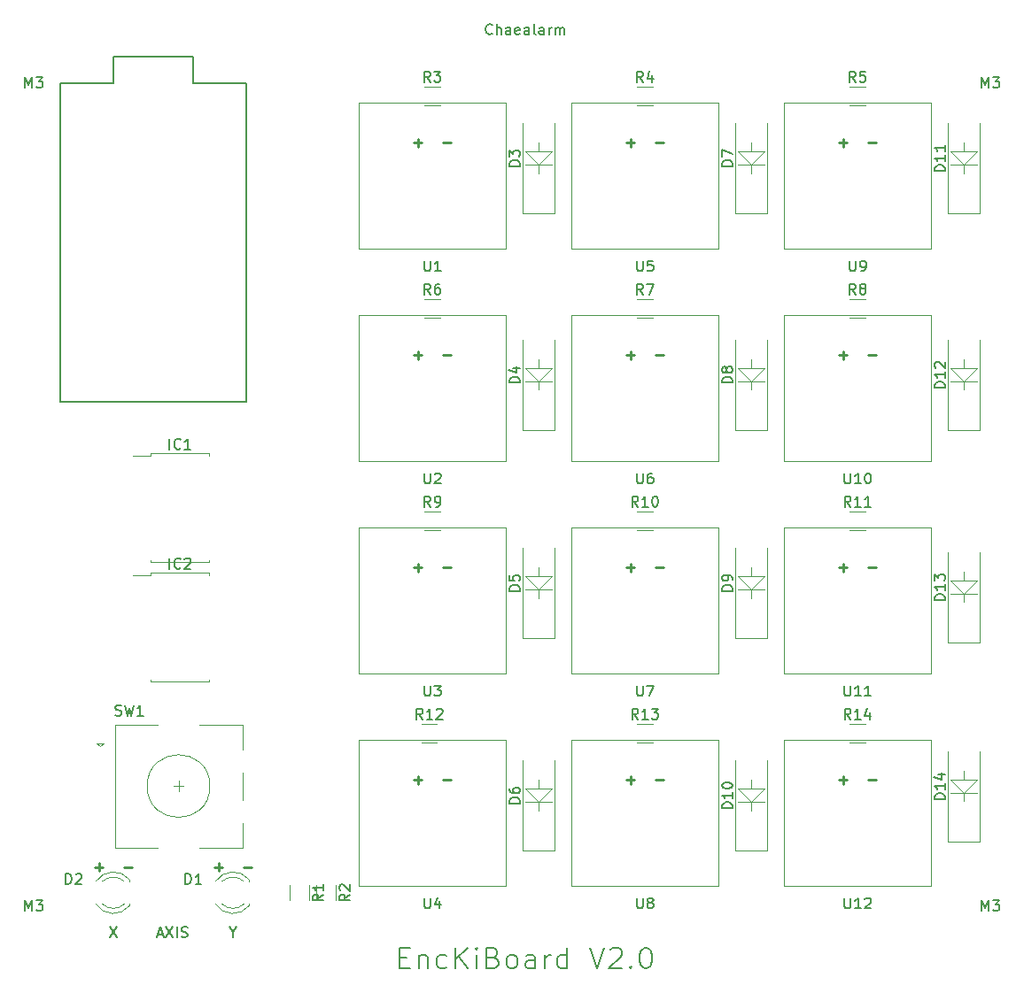
<source format=gbr>
%TF.GenerationSoftware,KiCad,Pcbnew,(5.1.9)-1*%
%TF.CreationDate,2021-05-08T00:28:14+09:00*%
%TF.ProjectId,EncKiboard_V2,456e634b-6962-46f6-9172-645f56322e6b,rev?*%
%TF.SameCoordinates,Original*%
%TF.FileFunction,Legend,Top*%
%TF.FilePolarity,Positive*%
%FSLAX46Y46*%
G04 Gerber Fmt 4.6, Leading zero omitted, Abs format (unit mm)*
G04 Created by KiCad (PCBNEW (5.1.9)-1) date 2021-05-08 00:28:14*
%MOMM*%
%LPD*%
G01*
G04 APERTURE LIST*
%ADD10C,0.120000*%
%ADD11C,0.250000*%
%ADD12C,0.150000*%
G04 APERTURE END LIST*
D10*
X157480000Y-136090000D02*
X156210000Y-137360000D01*
X156208980Y-135259400D02*
X156208980Y-136059400D01*
X154940000Y-137360000D02*
X157480000Y-137360000D01*
X156210000Y-137360000D02*
X154940000Y-136090000D01*
X156210000Y-137360000D02*
X156210000Y-138160000D01*
X154940000Y-136090000D02*
X157480000Y-136090000D01*
X177800000Y-136090000D02*
X176530000Y-137360000D01*
X176528980Y-135259400D02*
X176528980Y-136059400D01*
X175260000Y-137360000D02*
X177800000Y-137360000D01*
X176530000Y-137360000D02*
X175260000Y-136090000D01*
X176530000Y-137360000D02*
X176530000Y-138160000D01*
X175260000Y-136090000D02*
X177800000Y-136090000D01*
X198120000Y-135220000D02*
X196850000Y-136490000D01*
X196848980Y-134389400D02*
X196848980Y-135189400D01*
X195580000Y-136490000D02*
X198120000Y-136490000D01*
X196850000Y-136490000D02*
X195580000Y-135220000D01*
X196850000Y-136490000D02*
X196850000Y-137290000D01*
X195580000Y-135220000D02*
X198120000Y-135220000D01*
X177800000Y-115770000D02*
X176530000Y-117040000D01*
X176528980Y-114939400D02*
X176528980Y-115739400D01*
X175260000Y-117040000D02*
X177800000Y-117040000D01*
X176530000Y-117040000D02*
X175260000Y-115770000D01*
X176530000Y-117040000D02*
X176530000Y-117840000D01*
X175260000Y-115770000D02*
X177800000Y-115770000D01*
X157480000Y-115770000D02*
X156210000Y-117040000D01*
X156208980Y-114939400D02*
X156208980Y-115739400D01*
X154940000Y-117040000D02*
X157480000Y-117040000D01*
X156210000Y-117040000D02*
X154940000Y-115770000D01*
X156210000Y-117040000D02*
X156210000Y-117840000D01*
X154940000Y-115770000D02*
X157480000Y-115770000D01*
X196848980Y-115339400D02*
X196848980Y-116139400D01*
X198120000Y-116170000D02*
X196850000Y-117440000D01*
X195580000Y-116170000D02*
X198120000Y-116170000D01*
X196850000Y-117440000D02*
X195580000Y-116170000D01*
X196850000Y-117440000D02*
X196850000Y-118240000D01*
X195580000Y-117440000D02*
X198120000Y-117440000D01*
X156208980Y-95019400D02*
X156208980Y-95819400D01*
X157480000Y-95850000D02*
X156210000Y-97120000D01*
X154940000Y-95850000D02*
X157480000Y-95850000D01*
X156210000Y-97120000D02*
X154940000Y-95850000D01*
X156210000Y-97120000D02*
X156210000Y-97920000D01*
X154940000Y-97120000D02*
X157480000Y-97120000D01*
X176528980Y-95019400D02*
X176528980Y-95819400D01*
X177800000Y-95850000D02*
X176530000Y-97120000D01*
X175260000Y-95850000D02*
X177800000Y-95850000D01*
X176530000Y-97120000D02*
X175260000Y-95850000D01*
X176530000Y-97120000D02*
X176530000Y-97920000D01*
X175260000Y-97120000D02*
X177800000Y-97120000D01*
X196848980Y-95019400D02*
X196848980Y-95819400D01*
X198120000Y-95850000D02*
X196850000Y-97120000D01*
X195580000Y-95850000D02*
X198120000Y-95850000D01*
X196850000Y-97120000D02*
X195580000Y-95850000D01*
X196850000Y-97120000D02*
X196850000Y-97920000D01*
X195580000Y-97120000D02*
X198120000Y-97120000D01*
X156208980Y-74299400D02*
X156208980Y-75099400D01*
X157480000Y-75130000D02*
X156210000Y-76400000D01*
X154940000Y-75130000D02*
X157480000Y-75130000D01*
X156210000Y-76400000D02*
X154940000Y-75130000D01*
X156210000Y-76400000D02*
X156210000Y-77200000D01*
X154940000Y-76400000D02*
X157480000Y-76400000D01*
X176528980Y-74299400D02*
X176528980Y-75099400D01*
X177800000Y-75130000D02*
X176530000Y-76400000D01*
X175260000Y-75130000D02*
X177800000Y-75130000D01*
X176530000Y-76400000D02*
X175260000Y-75130000D01*
X176530000Y-76400000D02*
X176530000Y-77200000D01*
X175260000Y-76400000D02*
X177800000Y-76400000D01*
X195580000Y-76400000D02*
X198120000Y-76400000D01*
X196848980Y-74299400D02*
X196848980Y-75099400D01*
X196850000Y-76400000D02*
X196850000Y-77200000D01*
X196850000Y-76400000D02*
X195580000Y-75130000D01*
X198120000Y-75130000D02*
X196850000Y-76400000D01*
X195580000Y-75130000D02*
X198120000Y-75130000D01*
D11*
X113808095Y-143581428D02*
X114570000Y-143581428D01*
X114189047Y-143962380D02*
X114189047Y-143200476D01*
X116570000Y-143581428D02*
X117331904Y-143581428D01*
X125238095Y-143581428D02*
X126000000Y-143581428D01*
X125619047Y-143962380D02*
X125619047Y-143200476D01*
X128000000Y-143581428D02*
X128761904Y-143581428D01*
X164608095Y-94631428D02*
X165370000Y-94631428D01*
X164989047Y-95012380D02*
X164989047Y-94250476D01*
X167370000Y-94631428D02*
X168131904Y-94631428D01*
X144288095Y-94631428D02*
X145050000Y-94631428D01*
X144669047Y-95012380D02*
X144669047Y-94250476D01*
X147050000Y-94631428D02*
X147811904Y-94631428D01*
X144288095Y-74311428D02*
X145050000Y-74311428D01*
X144669047Y-74692380D02*
X144669047Y-73930476D01*
X147050000Y-74311428D02*
X147811904Y-74311428D01*
X164608095Y-74311428D02*
X165370000Y-74311428D01*
X164989047Y-74692380D02*
X164989047Y-73930476D01*
X167370000Y-74311428D02*
X168131904Y-74311428D01*
X184928095Y-74311428D02*
X185690000Y-74311428D01*
X185309047Y-74692380D02*
X185309047Y-73930476D01*
X187690000Y-74311428D02*
X188451904Y-74311428D01*
X184928095Y-94631428D02*
X185690000Y-94631428D01*
X185309047Y-95012380D02*
X185309047Y-94250476D01*
X187690000Y-94631428D02*
X188451904Y-94631428D01*
X184928095Y-114951428D02*
X185690000Y-114951428D01*
X185309047Y-115332380D02*
X185309047Y-114570476D01*
X187690000Y-114951428D02*
X188451904Y-114951428D01*
X164608095Y-114951428D02*
X165370000Y-114951428D01*
X164989047Y-115332380D02*
X164989047Y-114570476D01*
X167370000Y-114951428D02*
X168131904Y-114951428D01*
X144288095Y-114951428D02*
X145050000Y-114951428D01*
X144669047Y-115332380D02*
X144669047Y-114570476D01*
X147050000Y-114951428D02*
X147811904Y-114951428D01*
X144288095Y-135271428D02*
X145050000Y-135271428D01*
X144669047Y-135652380D02*
X144669047Y-134890476D01*
X147050000Y-135271428D02*
X147811904Y-135271428D01*
X184928095Y-135271428D02*
X185690000Y-135271428D01*
X185309047Y-135652380D02*
X185309047Y-134890476D01*
X187690000Y-135271428D02*
X188451904Y-135271428D01*
X164608095Y-135271428D02*
X165370000Y-135271428D01*
X164989047Y-135652380D02*
X164989047Y-134890476D01*
X167370000Y-135271428D02*
X168131904Y-135271428D01*
D12*
X151773333Y-63857142D02*
X151725714Y-63904761D01*
X151582857Y-63952380D01*
X151487619Y-63952380D01*
X151344761Y-63904761D01*
X151249523Y-63809523D01*
X151201904Y-63714285D01*
X151154285Y-63523809D01*
X151154285Y-63380952D01*
X151201904Y-63190476D01*
X151249523Y-63095238D01*
X151344761Y-63000000D01*
X151487619Y-62952380D01*
X151582857Y-62952380D01*
X151725714Y-63000000D01*
X151773333Y-63047619D01*
X152201904Y-63952380D02*
X152201904Y-62952380D01*
X152630476Y-63952380D02*
X152630476Y-63428571D01*
X152582857Y-63333333D01*
X152487619Y-63285714D01*
X152344761Y-63285714D01*
X152249523Y-63333333D01*
X152201904Y-63380952D01*
X153535238Y-63952380D02*
X153535238Y-63428571D01*
X153487619Y-63333333D01*
X153392380Y-63285714D01*
X153201904Y-63285714D01*
X153106666Y-63333333D01*
X153535238Y-63904761D02*
X153440000Y-63952380D01*
X153201904Y-63952380D01*
X153106666Y-63904761D01*
X153059047Y-63809523D01*
X153059047Y-63714285D01*
X153106666Y-63619047D01*
X153201904Y-63571428D01*
X153440000Y-63571428D01*
X153535238Y-63523809D01*
X154392380Y-63904761D02*
X154297142Y-63952380D01*
X154106666Y-63952380D01*
X154011428Y-63904761D01*
X153963809Y-63809523D01*
X153963809Y-63428571D01*
X154011428Y-63333333D01*
X154106666Y-63285714D01*
X154297142Y-63285714D01*
X154392380Y-63333333D01*
X154440000Y-63428571D01*
X154440000Y-63523809D01*
X153963809Y-63619047D01*
X155297142Y-63952380D02*
X155297142Y-63428571D01*
X155249523Y-63333333D01*
X155154285Y-63285714D01*
X154963809Y-63285714D01*
X154868571Y-63333333D01*
X155297142Y-63904761D02*
X155201904Y-63952380D01*
X154963809Y-63952380D01*
X154868571Y-63904761D01*
X154820952Y-63809523D01*
X154820952Y-63714285D01*
X154868571Y-63619047D01*
X154963809Y-63571428D01*
X155201904Y-63571428D01*
X155297142Y-63523809D01*
X155916190Y-63952380D02*
X155820952Y-63904761D01*
X155773333Y-63809523D01*
X155773333Y-62952380D01*
X156725714Y-63952380D02*
X156725714Y-63428571D01*
X156678095Y-63333333D01*
X156582857Y-63285714D01*
X156392380Y-63285714D01*
X156297142Y-63333333D01*
X156725714Y-63904761D02*
X156630476Y-63952380D01*
X156392380Y-63952380D01*
X156297142Y-63904761D01*
X156249523Y-63809523D01*
X156249523Y-63714285D01*
X156297142Y-63619047D01*
X156392380Y-63571428D01*
X156630476Y-63571428D01*
X156725714Y-63523809D01*
X157201904Y-63952380D02*
X157201904Y-63285714D01*
X157201904Y-63476190D02*
X157249523Y-63380952D01*
X157297142Y-63333333D01*
X157392380Y-63285714D01*
X157487619Y-63285714D01*
X157820952Y-63952380D02*
X157820952Y-63285714D01*
X157820952Y-63380952D02*
X157868571Y-63333333D01*
X157963809Y-63285714D01*
X158106666Y-63285714D01*
X158201904Y-63333333D01*
X158249523Y-63428571D01*
X158249523Y-63952380D01*
X158249523Y-63428571D02*
X158297142Y-63333333D01*
X158392380Y-63285714D01*
X158535238Y-63285714D01*
X158630476Y-63333333D01*
X158678095Y-63428571D01*
X158678095Y-63952380D01*
X142940000Y-152257142D02*
X143606666Y-152257142D01*
X143892380Y-153304761D02*
X142940000Y-153304761D01*
X142940000Y-151304761D01*
X143892380Y-151304761D01*
X144749523Y-151971428D02*
X144749523Y-153304761D01*
X144749523Y-152161904D02*
X144844761Y-152066666D01*
X145035238Y-151971428D01*
X145320952Y-151971428D01*
X145511428Y-152066666D01*
X145606666Y-152257142D01*
X145606666Y-153304761D01*
X147416190Y-153209523D02*
X147225714Y-153304761D01*
X146844761Y-153304761D01*
X146654285Y-153209523D01*
X146559047Y-153114285D01*
X146463809Y-152923809D01*
X146463809Y-152352380D01*
X146559047Y-152161904D01*
X146654285Y-152066666D01*
X146844761Y-151971428D01*
X147225714Y-151971428D01*
X147416190Y-152066666D01*
X148273333Y-153304761D02*
X148273333Y-151304761D01*
X149416190Y-153304761D02*
X148559047Y-152161904D01*
X149416190Y-151304761D02*
X148273333Y-152447619D01*
X150273333Y-153304761D02*
X150273333Y-151971428D01*
X150273333Y-151304761D02*
X150178095Y-151400000D01*
X150273333Y-151495238D01*
X150368571Y-151400000D01*
X150273333Y-151304761D01*
X150273333Y-151495238D01*
X151892380Y-152257142D02*
X152178095Y-152352380D01*
X152273333Y-152447619D01*
X152368571Y-152638095D01*
X152368571Y-152923809D01*
X152273333Y-153114285D01*
X152178095Y-153209523D01*
X151987619Y-153304761D01*
X151225714Y-153304761D01*
X151225714Y-151304761D01*
X151892380Y-151304761D01*
X152082857Y-151400000D01*
X152178095Y-151495238D01*
X152273333Y-151685714D01*
X152273333Y-151876190D01*
X152178095Y-152066666D01*
X152082857Y-152161904D01*
X151892380Y-152257142D01*
X151225714Y-152257142D01*
X153511428Y-153304761D02*
X153320952Y-153209523D01*
X153225714Y-153114285D01*
X153130476Y-152923809D01*
X153130476Y-152352380D01*
X153225714Y-152161904D01*
X153320952Y-152066666D01*
X153511428Y-151971428D01*
X153797142Y-151971428D01*
X153987619Y-152066666D01*
X154082857Y-152161904D01*
X154178095Y-152352380D01*
X154178095Y-152923809D01*
X154082857Y-153114285D01*
X153987619Y-153209523D01*
X153797142Y-153304761D01*
X153511428Y-153304761D01*
X155892380Y-153304761D02*
X155892380Y-152257142D01*
X155797142Y-152066666D01*
X155606666Y-151971428D01*
X155225714Y-151971428D01*
X155035238Y-152066666D01*
X155892380Y-153209523D02*
X155701904Y-153304761D01*
X155225714Y-153304761D01*
X155035238Y-153209523D01*
X154940000Y-153019047D01*
X154940000Y-152828571D01*
X155035238Y-152638095D01*
X155225714Y-152542857D01*
X155701904Y-152542857D01*
X155892380Y-152447619D01*
X156844761Y-153304761D02*
X156844761Y-151971428D01*
X156844761Y-152352380D02*
X156940000Y-152161904D01*
X157035238Y-152066666D01*
X157225714Y-151971428D01*
X157416190Y-151971428D01*
X158940000Y-153304761D02*
X158940000Y-151304761D01*
X158940000Y-153209523D02*
X158749523Y-153304761D01*
X158368571Y-153304761D01*
X158178095Y-153209523D01*
X158082857Y-153114285D01*
X157987619Y-152923809D01*
X157987619Y-152352380D01*
X158082857Y-152161904D01*
X158178095Y-152066666D01*
X158368571Y-151971428D01*
X158749523Y-151971428D01*
X158940000Y-152066666D01*
X161130476Y-151304761D02*
X161797142Y-153304761D01*
X162463809Y-151304761D01*
X163035238Y-151495238D02*
X163130476Y-151400000D01*
X163320952Y-151304761D01*
X163797142Y-151304761D01*
X163987619Y-151400000D01*
X164082857Y-151495238D01*
X164178095Y-151685714D01*
X164178095Y-151876190D01*
X164082857Y-152161904D01*
X162940000Y-153304761D01*
X164178095Y-153304761D01*
X165035238Y-153114285D02*
X165130476Y-153209523D01*
X165035238Y-153304761D01*
X164940000Y-153209523D01*
X165035238Y-153114285D01*
X165035238Y-153304761D01*
X166368571Y-151304761D02*
X166559047Y-151304761D01*
X166749523Y-151400000D01*
X166844761Y-151495238D01*
X166940000Y-151685714D01*
X167035238Y-152066666D01*
X167035238Y-152542857D01*
X166940000Y-152923809D01*
X166844761Y-153114285D01*
X166749523Y-153209523D01*
X166559047Y-153304761D01*
X166368571Y-153304761D01*
X166178095Y-153209523D01*
X166082857Y-153114285D01*
X165987619Y-152923809D01*
X165892380Y-152542857D01*
X165892380Y-152066666D01*
X165987619Y-151685714D01*
X166082857Y-151495238D01*
X166178095Y-151400000D01*
X166368571Y-151304761D01*
X119787976Y-150026666D02*
X120264166Y-150026666D01*
X119692738Y-150312380D02*
X120026071Y-149312380D01*
X120359404Y-150312380D01*
X120597500Y-149312380D02*
X121264166Y-150312380D01*
X121264166Y-149312380D02*
X120597500Y-150312380D01*
X121645119Y-150312380D02*
X121645119Y-149312380D01*
X122073690Y-150264761D02*
X122216547Y-150312380D01*
X122454642Y-150312380D01*
X122549880Y-150264761D01*
X122597500Y-150217142D01*
X122645119Y-150121904D01*
X122645119Y-150026666D01*
X122597500Y-149931428D01*
X122549880Y-149883809D01*
X122454642Y-149836190D01*
X122264166Y-149788571D01*
X122168928Y-149740952D01*
X122121309Y-149693333D01*
X122073690Y-149598095D01*
X122073690Y-149502857D01*
X122121309Y-149407619D01*
X122168928Y-149360000D01*
X122264166Y-149312380D01*
X122502261Y-149312380D01*
X122645119Y-149360000D01*
X127000000Y-149836190D02*
X127000000Y-150312380D01*
X126666666Y-149312380D02*
X127000000Y-149836190D01*
X127333333Y-149312380D01*
X115236666Y-149312380D02*
X115903333Y-150312380D01*
X115903333Y-149312380D02*
X115236666Y-150312380D01*
D10*
%TO.C,U12*%
X179690000Y-131430000D02*
X193690000Y-131430000D01*
X179690000Y-145430000D02*
X179690000Y-131430000D01*
X193690000Y-145430000D02*
X179690000Y-145430000D01*
X193690000Y-145430000D02*
X193690000Y-131430000D01*
%TO.C,U11*%
X179690000Y-111110000D02*
X193690000Y-111110000D01*
X179690000Y-125110000D02*
X179690000Y-111110000D01*
X193690000Y-125110000D02*
X179690000Y-125110000D01*
X193690000Y-125110000D02*
X193690000Y-111110000D01*
%TO.C,U10*%
X179690000Y-90790000D02*
X193690000Y-90790000D01*
X179690000Y-104790000D02*
X179690000Y-90790000D01*
X193690000Y-104790000D02*
X179690000Y-104790000D01*
X193690000Y-104790000D02*
X193690000Y-90790000D01*
%TO.C,U9*%
X179690000Y-70470000D02*
X193690000Y-70470000D01*
X179690000Y-84470000D02*
X179690000Y-70470000D01*
X193690000Y-84470000D02*
X179690000Y-84470000D01*
X193690000Y-84470000D02*
X193690000Y-70470000D01*
%TO.C,U8*%
X159370000Y-131430000D02*
X173370000Y-131430000D01*
X159370000Y-145430000D02*
X159370000Y-131430000D01*
X173370000Y-145430000D02*
X159370000Y-145430000D01*
X173370000Y-145430000D02*
X173370000Y-131430000D01*
%TO.C,U7*%
X159370000Y-111110000D02*
X173370000Y-111110000D01*
X159370000Y-125110000D02*
X159370000Y-111110000D01*
X173370000Y-125110000D02*
X159370000Y-125110000D01*
X173370000Y-125110000D02*
X173370000Y-111110000D01*
%TO.C,U6*%
X159370000Y-90790000D02*
X173370000Y-90790000D01*
X159370000Y-104790000D02*
X159370000Y-90790000D01*
X173370000Y-104790000D02*
X159370000Y-104790000D01*
X173370000Y-104790000D02*
X173370000Y-90790000D01*
%TO.C,U5*%
X159370000Y-70470000D02*
X173370000Y-70470000D01*
X159370000Y-84470000D02*
X159370000Y-70470000D01*
X173370000Y-84470000D02*
X159370000Y-84470000D01*
X173370000Y-84470000D02*
X173370000Y-70470000D01*
%TO.C,U4*%
X139050000Y-131430000D02*
X153050000Y-131430000D01*
X139050000Y-145430000D02*
X139050000Y-131430000D01*
X153050000Y-145430000D02*
X139050000Y-145430000D01*
X153050000Y-145430000D02*
X153050000Y-131430000D01*
%TO.C,U3*%
X139050000Y-111110000D02*
X153050000Y-111110000D01*
X139050000Y-125110000D02*
X139050000Y-111110000D01*
X153050000Y-125110000D02*
X139050000Y-125110000D01*
X153050000Y-125110000D02*
X153050000Y-111110000D01*
%TO.C,U2*%
X139050000Y-90790000D02*
X153050000Y-90790000D01*
X139050000Y-104790000D02*
X139050000Y-90790000D01*
X153050000Y-104790000D02*
X139050000Y-104790000D01*
X153050000Y-104790000D02*
X153050000Y-90790000D01*
%TO.C,U1*%
X139050000Y-70470000D02*
X153050000Y-70470000D01*
X139050000Y-84470000D02*
X139050000Y-70470000D01*
X153050000Y-84470000D02*
X139050000Y-84470000D01*
X153050000Y-84470000D02*
X153050000Y-70470000D01*
D12*
%TO.C,U0*%
X110490000Y-68580000D02*
X110490000Y-99060000D01*
X110490000Y-68580000D02*
X115570000Y-68580000D01*
X115570000Y-68580000D02*
X115570000Y-66040000D01*
X115570000Y-66040000D02*
X123190000Y-66040000D01*
X123190000Y-66040000D02*
X123190000Y-68580000D01*
X123190000Y-68580000D02*
X128270000Y-68580000D01*
X128270000Y-68580000D02*
X128270000Y-99060000D01*
X128270000Y-99060000D02*
X110490000Y-99060000D01*
D10*
%TO.C,SW1*%
X121300000Y-135850000D02*
X122300000Y-135850000D01*
X121800000Y-135350000D02*
X121800000Y-136350000D01*
X127900000Y-139350000D02*
X127900000Y-141750000D01*
X127900000Y-134550000D02*
X127900000Y-137150000D01*
X127900000Y-129950000D02*
X127900000Y-132350000D01*
X114600000Y-131750000D02*
X114300000Y-132050000D01*
X114000000Y-131750000D02*
X114600000Y-131750000D01*
X114300000Y-132050000D02*
X114000000Y-131750000D01*
X115700000Y-129950000D02*
X115700000Y-141750000D01*
X119800000Y-129950000D02*
X115700000Y-129950000D01*
X119800000Y-141750000D02*
X115700000Y-141750000D01*
X127900000Y-141750000D02*
X123800000Y-141750000D01*
X123800000Y-129950000D02*
X127900000Y-129950000D01*
X124800000Y-135850000D02*
G75*
G03*
X124800000Y-135850000I-3000000J0D01*
G01*
%TO.C,R14*%
X185962936Y-129900000D02*
X187417064Y-129900000D01*
X185962936Y-131720000D02*
X187417064Y-131720000D01*
%TO.C,R13*%
X165642936Y-129900000D02*
X167097064Y-129900000D01*
X165642936Y-131720000D02*
X167097064Y-131720000D01*
%TO.C,R12*%
X145042936Y-129900000D02*
X146497064Y-129900000D01*
X145042936Y-131720000D02*
X146497064Y-131720000D01*
%TO.C,R11*%
X185962936Y-109580000D02*
X187417064Y-109580000D01*
X185962936Y-111400000D02*
X187417064Y-111400000D01*
%TO.C,R10*%
X165642936Y-109580000D02*
X167097064Y-109580000D01*
X165642936Y-111400000D02*
X167097064Y-111400000D01*
%TO.C,R9*%
X145322936Y-109580000D02*
X146777064Y-109580000D01*
X145322936Y-111400000D02*
X146777064Y-111400000D01*
%TO.C,R8*%
X185962936Y-89260000D02*
X187417064Y-89260000D01*
X185962936Y-91080000D02*
X187417064Y-91080000D01*
%TO.C,R7*%
X165642936Y-89260000D02*
X167097064Y-89260000D01*
X165642936Y-91080000D02*
X167097064Y-91080000D01*
%TO.C,R6*%
X145322936Y-89260000D02*
X146777064Y-89260000D01*
X145322936Y-91080000D02*
X146777064Y-91080000D01*
%TO.C,R5*%
X185962936Y-68940000D02*
X187417064Y-68940000D01*
X185962936Y-70760000D02*
X187417064Y-70760000D01*
%TO.C,R4*%
X165642936Y-68940000D02*
X167097064Y-68940000D01*
X165642936Y-70760000D02*
X167097064Y-70760000D01*
%TO.C,R3*%
X145322936Y-68940000D02*
X146777064Y-68940000D01*
X145322936Y-70760000D02*
X146777064Y-70760000D01*
%TO.C,R2*%
X136800000Y-145322936D02*
X136800000Y-146777064D01*
X134980000Y-145322936D02*
X134980000Y-146777064D01*
%TO.C,R1*%
X134260000Y-145322936D02*
X134260000Y-146777064D01*
X132440000Y-145322936D02*
X132440000Y-146777064D01*
%TO.C,IC2*%
X121920000Y-125860000D02*
X124680000Y-125860000D01*
X124680000Y-125860000D02*
X124680000Y-125655000D01*
X121920000Y-125860000D02*
X119160000Y-125860000D01*
X119160000Y-125860000D02*
X119160000Y-125655000D01*
X121920000Y-115440000D02*
X124680000Y-115440000D01*
X124680000Y-115440000D02*
X124680000Y-115645000D01*
X121920000Y-115440000D02*
X119160000Y-115440000D01*
X119160000Y-115440000D02*
X119160000Y-115645000D01*
X119160000Y-115645000D02*
X117470000Y-115645000D01*
%TO.C,IC1*%
X121920000Y-114430000D02*
X124680000Y-114430000D01*
X124680000Y-114430000D02*
X124680000Y-114225000D01*
X121920000Y-114430000D02*
X119160000Y-114430000D01*
X119160000Y-114430000D02*
X119160000Y-114225000D01*
X121920000Y-104010000D02*
X124680000Y-104010000D01*
X124680000Y-104010000D02*
X124680000Y-104215000D01*
X121920000Y-104010000D02*
X119160000Y-104010000D01*
X119160000Y-104010000D02*
X119160000Y-104215000D01*
X119160000Y-104215000D02*
X117470000Y-104215000D01*
%TO.C,D14*%
X195350000Y-132490000D02*
X195350000Y-141190000D01*
X195350000Y-141190000D02*
X198350000Y-141190000D01*
X198350000Y-141190000D02*
X198350000Y-132490000D01*
%TO.C,D13*%
X195350000Y-113440000D02*
X195350000Y-122140000D01*
X195350000Y-122140000D02*
X198350000Y-122140000D01*
X198350000Y-122140000D02*
X198350000Y-113440000D01*
%TO.C,D12*%
X195350000Y-93120000D02*
X195350000Y-101820000D01*
X195350000Y-101820000D02*
X198350000Y-101820000D01*
X198350000Y-101820000D02*
X198350000Y-93120000D01*
%TO.C,D11*%
X195350000Y-72390000D02*
X195350000Y-81090000D01*
X195350000Y-81090000D02*
X198350000Y-81090000D01*
X198350000Y-81090000D02*
X198350000Y-72390000D01*
%TO.C,D10*%
X175030000Y-133350000D02*
X175030000Y-142050000D01*
X175030000Y-142050000D02*
X178030000Y-142050000D01*
X178030000Y-142050000D02*
X178030000Y-133350000D01*
%TO.C,D9*%
X175030000Y-113030000D02*
X175030000Y-121730000D01*
X175030000Y-121730000D02*
X178030000Y-121730000D01*
X178030000Y-121730000D02*
X178030000Y-113030000D01*
%TO.C,D8*%
X175030000Y-93120000D02*
X175030000Y-101820000D01*
X175030000Y-101820000D02*
X178030000Y-101820000D01*
X178030000Y-101820000D02*
X178030000Y-93120000D01*
%TO.C,D7*%
X175030000Y-72390000D02*
X175030000Y-81090000D01*
X175030000Y-81090000D02*
X178030000Y-81090000D01*
X178030000Y-81090000D02*
X178030000Y-72390000D01*
%TO.C,D6*%
X154710000Y-133350000D02*
X154710000Y-142050000D01*
X154710000Y-142050000D02*
X157710000Y-142050000D01*
X157710000Y-142050000D02*
X157710000Y-133350000D01*
%TO.C,D5*%
X154710000Y-113030000D02*
X154710000Y-121730000D01*
X154710000Y-121730000D02*
X157710000Y-121730000D01*
X157710000Y-121730000D02*
X157710000Y-113030000D01*
%TO.C,D4*%
X154710000Y-93120000D02*
X154710000Y-101820000D01*
X154710000Y-101820000D02*
X157710000Y-101820000D01*
X157710000Y-101820000D02*
X157710000Y-93120000D01*
%TO.C,D3*%
X154710000Y-72390000D02*
X154710000Y-81090000D01*
X154710000Y-81090000D02*
X157710000Y-81090000D01*
X157710000Y-81090000D02*
X157710000Y-72390000D01*
%TO.C,D2*%
X117130000Y-147286000D02*
X117130000Y-147130000D01*
X117130000Y-144970000D02*
X117130000Y-144814000D01*
X114528870Y-144970163D02*
G75*
G02*
X116610961Y-144970000I1041130J-1079837D01*
G01*
X114528870Y-147129837D02*
G75*
G03*
X116610961Y-147130000I1041130J1079837D01*
G01*
X113897665Y-144971392D02*
G75*
G02*
X117130000Y-144814484I1672335J-1078608D01*
G01*
X113897665Y-147128608D02*
G75*
G03*
X117130000Y-147285516I1672335J1078608D01*
G01*
%TO.C,D1*%
X128560000Y-147286000D02*
X128560000Y-147130000D01*
X128560000Y-144970000D02*
X128560000Y-144814000D01*
X125958870Y-144970163D02*
G75*
G02*
X128040961Y-144970000I1041130J-1079837D01*
G01*
X125958870Y-147129837D02*
G75*
G03*
X128040961Y-147130000I1041130J1079837D01*
G01*
X125327665Y-144971392D02*
G75*
G02*
X128560000Y-144814484I1672335J-1078608D01*
G01*
X125327665Y-147128608D02*
G75*
G03*
X128560000Y-147285516I1672335J1078608D01*
G01*
%TO.C,M3*%
D12*
X107140476Y-147772380D02*
X107140476Y-146772380D01*
X107473809Y-147486666D01*
X107807142Y-146772380D01*
X107807142Y-147772380D01*
X108188095Y-146772380D02*
X108807142Y-146772380D01*
X108473809Y-147153333D01*
X108616666Y-147153333D01*
X108711904Y-147200952D01*
X108759523Y-147248571D01*
X108807142Y-147343809D01*
X108807142Y-147581904D01*
X108759523Y-147677142D01*
X108711904Y-147724761D01*
X108616666Y-147772380D01*
X108330952Y-147772380D01*
X108235714Y-147724761D01*
X108188095Y-147677142D01*
X198580476Y-147772380D02*
X198580476Y-146772380D01*
X198913809Y-147486666D01*
X199247142Y-146772380D01*
X199247142Y-147772380D01*
X199628095Y-146772380D02*
X200247142Y-146772380D01*
X199913809Y-147153333D01*
X200056666Y-147153333D01*
X200151904Y-147200952D01*
X200199523Y-147248571D01*
X200247142Y-147343809D01*
X200247142Y-147581904D01*
X200199523Y-147677142D01*
X200151904Y-147724761D01*
X200056666Y-147772380D01*
X199770952Y-147772380D01*
X199675714Y-147724761D01*
X199628095Y-147677142D01*
X198580476Y-69032380D02*
X198580476Y-68032380D01*
X198913809Y-68746666D01*
X199247142Y-68032380D01*
X199247142Y-69032380D01*
X199628095Y-68032380D02*
X200247142Y-68032380D01*
X199913809Y-68413333D01*
X200056666Y-68413333D01*
X200151904Y-68460952D01*
X200199523Y-68508571D01*
X200247142Y-68603809D01*
X200247142Y-68841904D01*
X200199523Y-68937142D01*
X200151904Y-68984761D01*
X200056666Y-69032380D01*
X199770952Y-69032380D01*
X199675714Y-68984761D01*
X199628095Y-68937142D01*
X107140476Y-69032380D02*
X107140476Y-68032380D01*
X107473809Y-68746666D01*
X107807142Y-68032380D01*
X107807142Y-69032380D01*
X108188095Y-68032380D02*
X108807142Y-68032380D01*
X108473809Y-68413333D01*
X108616666Y-68413333D01*
X108711904Y-68460952D01*
X108759523Y-68508571D01*
X108807142Y-68603809D01*
X108807142Y-68841904D01*
X108759523Y-68937142D01*
X108711904Y-68984761D01*
X108616666Y-69032380D01*
X108330952Y-69032380D01*
X108235714Y-68984761D01*
X108188095Y-68937142D01*
%TO.C,U12*%
X185451904Y-146544880D02*
X185451904Y-147354404D01*
X185499523Y-147449642D01*
X185547142Y-147497261D01*
X185642380Y-147544880D01*
X185832857Y-147544880D01*
X185928095Y-147497261D01*
X185975714Y-147449642D01*
X186023333Y-147354404D01*
X186023333Y-146544880D01*
X187023333Y-147544880D02*
X186451904Y-147544880D01*
X186737619Y-147544880D02*
X186737619Y-146544880D01*
X186642380Y-146687738D01*
X186547142Y-146782976D01*
X186451904Y-146830595D01*
X187404285Y-146640119D02*
X187451904Y-146592500D01*
X187547142Y-146544880D01*
X187785238Y-146544880D01*
X187880476Y-146592500D01*
X187928095Y-146640119D01*
X187975714Y-146735357D01*
X187975714Y-146830595D01*
X187928095Y-146973452D01*
X187356666Y-147544880D01*
X187975714Y-147544880D01*
%TO.C,U11*%
X185451904Y-126224880D02*
X185451904Y-127034404D01*
X185499523Y-127129642D01*
X185547142Y-127177261D01*
X185642380Y-127224880D01*
X185832857Y-127224880D01*
X185928095Y-127177261D01*
X185975714Y-127129642D01*
X186023333Y-127034404D01*
X186023333Y-126224880D01*
X187023333Y-127224880D02*
X186451904Y-127224880D01*
X186737619Y-127224880D02*
X186737619Y-126224880D01*
X186642380Y-126367738D01*
X186547142Y-126462976D01*
X186451904Y-126510595D01*
X187975714Y-127224880D02*
X187404285Y-127224880D01*
X187690000Y-127224880D02*
X187690000Y-126224880D01*
X187594761Y-126367738D01*
X187499523Y-126462976D01*
X187404285Y-126510595D01*
%TO.C,U10*%
X185451904Y-105904880D02*
X185451904Y-106714404D01*
X185499523Y-106809642D01*
X185547142Y-106857261D01*
X185642380Y-106904880D01*
X185832857Y-106904880D01*
X185928095Y-106857261D01*
X185975714Y-106809642D01*
X186023333Y-106714404D01*
X186023333Y-105904880D01*
X187023333Y-106904880D02*
X186451904Y-106904880D01*
X186737619Y-106904880D02*
X186737619Y-105904880D01*
X186642380Y-106047738D01*
X186547142Y-106142976D01*
X186451904Y-106190595D01*
X187642380Y-105904880D02*
X187737619Y-105904880D01*
X187832857Y-105952500D01*
X187880476Y-106000119D01*
X187928095Y-106095357D01*
X187975714Y-106285833D01*
X187975714Y-106523928D01*
X187928095Y-106714404D01*
X187880476Y-106809642D01*
X187832857Y-106857261D01*
X187737619Y-106904880D01*
X187642380Y-106904880D01*
X187547142Y-106857261D01*
X187499523Y-106809642D01*
X187451904Y-106714404D01*
X187404285Y-106523928D01*
X187404285Y-106285833D01*
X187451904Y-106095357D01*
X187499523Y-106000119D01*
X187547142Y-105952500D01*
X187642380Y-105904880D01*
%TO.C,U9*%
X185928095Y-85584880D02*
X185928095Y-86394404D01*
X185975714Y-86489642D01*
X186023333Y-86537261D01*
X186118571Y-86584880D01*
X186309047Y-86584880D01*
X186404285Y-86537261D01*
X186451904Y-86489642D01*
X186499523Y-86394404D01*
X186499523Y-85584880D01*
X187023333Y-86584880D02*
X187213809Y-86584880D01*
X187309047Y-86537261D01*
X187356666Y-86489642D01*
X187451904Y-86346785D01*
X187499523Y-86156309D01*
X187499523Y-85775357D01*
X187451904Y-85680119D01*
X187404285Y-85632500D01*
X187309047Y-85584880D01*
X187118571Y-85584880D01*
X187023333Y-85632500D01*
X186975714Y-85680119D01*
X186928095Y-85775357D01*
X186928095Y-86013452D01*
X186975714Y-86108690D01*
X187023333Y-86156309D01*
X187118571Y-86203928D01*
X187309047Y-86203928D01*
X187404285Y-86156309D01*
X187451904Y-86108690D01*
X187499523Y-86013452D01*
%TO.C,U8*%
X165608095Y-146544880D02*
X165608095Y-147354404D01*
X165655714Y-147449642D01*
X165703333Y-147497261D01*
X165798571Y-147544880D01*
X165989047Y-147544880D01*
X166084285Y-147497261D01*
X166131904Y-147449642D01*
X166179523Y-147354404D01*
X166179523Y-146544880D01*
X166798571Y-146973452D02*
X166703333Y-146925833D01*
X166655714Y-146878214D01*
X166608095Y-146782976D01*
X166608095Y-146735357D01*
X166655714Y-146640119D01*
X166703333Y-146592500D01*
X166798571Y-146544880D01*
X166989047Y-146544880D01*
X167084285Y-146592500D01*
X167131904Y-146640119D01*
X167179523Y-146735357D01*
X167179523Y-146782976D01*
X167131904Y-146878214D01*
X167084285Y-146925833D01*
X166989047Y-146973452D01*
X166798571Y-146973452D01*
X166703333Y-147021071D01*
X166655714Y-147068690D01*
X166608095Y-147163928D01*
X166608095Y-147354404D01*
X166655714Y-147449642D01*
X166703333Y-147497261D01*
X166798571Y-147544880D01*
X166989047Y-147544880D01*
X167084285Y-147497261D01*
X167131904Y-147449642D01*
X167179523Y-147354404D01*
X167179523Y-147163928D01*
X167131904Y-147068690D01*
X167084285Y-147021071D01*
X166989047Y-146973452D01*
%TO.C,U7*%
X165608095Y-126224880D02*
X165608095Y-127034404D01*
X165655714Y-127129642D01*
X165703333Y-127177261D01*
X165798571Y-127224880D01*
X165989047Y-127224880D01*
X166084285Y-127177261D01*
X166131904Y-127129642D01*
X166179523Y-127034404D01*
X166179523Y-126224880D01*
X166560476Y-126224880D02*
X167227142Y-126224880D01*
X166798571Y-127224880D01*
%TO.C,U6*%
X165608095Y-105904880D02*
X165608095Y-106714404D01*
X165655714Y-106809642D01*
X165703333Y-106857261D01*
X165798571Y-106904880D01*
X165989047Y-106904880D01*
X166084285Y-106857261D01*
X166131904Y-106809642D01*
X166179523Y-106714404D01*
X166179523Y-105904880D01*
X167084285Y-105904880D02*
X166893809Y-105904880D01*
X166798571Y-105952500D01*
X166750952Y-106000119D01*
X166655714Y-106142976D01*
X166608095Y-106333452D01*
X166608095Y-106714404D01*
X166655714Y-106809642D01*
X166703333Y-106857261D01*
X166798571Y-106904880D01*
X166989047Y-106904880D01*
X167084285Y-106857261D01*
X167131904Y-106809642D01*
X167179523Y-106714404D01*
X167179523Y-106476309D01*
X167131904Y-106381071D01*
X167084285Y-106333452D01*
X166989047Y-106285833D01*
X166798571Y-106285833D01*
X166703333Y-106333452D01*
X166655714Y-106381071D01*
X166608095Y-106476309D01*
%TO.C,U5*%
X165608095Y-85584880D02*
X165608095Y-86394404D01*
X165655714Y-86489642D01*
X165703333Y-86537261D01*
X165798571Y-86584880D01*
X165989047Y-86584880D01*
X166084285Y-86537261D01*
X166131904Y-86489642D01*
X166179523Y-86394404D01*
X166179523Y-85584880D01*
X167131904Y-85584880D02*
X166655714Y-85584880D01*
X166608095Y-86061071D01*
X166655714Y-86013452D01*
X166750952Y-85965833D01*
X166989047Y-85965833D01*
X167084285Y-86013452D01*
X167131904Y-86061071D01*
X167179523Y-86156309D01*
X167179523Y-86394404D01*
X167131904Y-86489642D01*
X167084285Y-86537261D01*
X166989047Y-86584880D01*
X166750952Y-86584880D01*
X166655714Y-86537261D01*
X166608095Y-86489642D01*
%TO.C,U4*%
X145288095Y-146544880D02*
X145288095Y-147354404D01*
X145335714Y-147449642D01*
X145383333Y-147497261D01*
X145478571Y-147544880D01*
X145669047Y-147544880D01*
X145764285Y-147497261D01*
X145811904Y-147449642D01*
X145859523Y-147354404D01*
X145859523Y-146544880D01*
X146764285Y-146878214D02*
X146764285Y-147544880D01*
X146526190Y-146497261D02*
X146288095Y-147211547D01*
X146907142Y-147211547D01*
%TO.C,U3*%
X145288095Y-126224880D02*
X145288095Y-127034404D01*
X145335714Y-127129642D01*
X145383333Y-127177261D01*
X145478571Y-127224880D01*
X145669047Y-127224880D01*
X145764285Y-127177261D01*
X145811904Y-127129642D01*
X145859523Y-127034404D01*
X145859523Y-126224880D01*
X146240476Y-126224880D02*
X146859523Y-126224880D01*
X146526190Y-126605833D01*
X146669047Y-126605833D01*
X146764285Y-126653452D01*
X146811904Y-126701071D01*
X146859523Y-126796309D01*
X146859523Y-127034404D01*
X146811904Y-127129642D01*
X146764285Y-127177261D01*
X146669047Y-127224880D01*
X146383333Y-127224880D01*
X146288095Y-127177261D01*
X146240476Y-127129642D01*
%TO.C,U2*%
X145288095Y-105904880D02*
X145288095Y-106714404D01*
X145335714Y-106809642D01*
X145383333Y-106857261D01*
X145478571Y-106904880D01*
X145669047Y-106904880D01*
X145764285Y-106857261D01*
X145811904Y-106809642D01*
X145859523Y-106714404D01*
X145859523Y-105904880D01*
X146288095Y-106000119D02*
X146335714Y-105952500D01*
X146430952Y-105904880D01*
X146669047Y-105904880D01*
X146764285Y-105952500D01*
X146811904Y-106000119D01*
X146859523Y-106095357D01*
X146859523Y-106190595D01*
X146811904Y-106333452D01*
X146240476Y-106904880D01*
X146859523Y-106904880D01*
%TO.C,U1*%
X145288095Y-85584880D02*
X145288095Y-86394404D01*
X145335714Y-86489642D01*
X145383333Y-86537261D01*
X145478571Y-86584880D01*
X145669047Y-86584880D01*
X145764285Y-86537261D01*
X145811904Y-86489642D01*
X145859523Y-86394404D01*
X145859523Y-85584880D01*
X146859523Y-86584880D02*
X146288095Y-86584880D01*
X146573809Y-86584880D02*
X146573809Y-85584880D01*
X146478571Y-85727738D01*
X146383333Y-85822976D01*
X146288095Y-85870595D01*
%TO.C,SW1*%
X115766666Y-129054761D02*
X115909523Y-129102380D01*
X116147619Y-129102380D01*
X116242857Y-129054761D01*
X116290476Y-129007142D01*
X116338095Y-128911904D01*
X116338095Y-128816666D01*
X116290476Y-128721428D01*
X116242857Y-128673809D01*
X116147619Y-128626190D01*
X115957142Y-128578571D01*
X115861904Y-128530952D01*
X115814285Y-128483333D01*
X115766666Y-128388095D01*
X115766666Y-128292857D01*
X115814285Y-128197619D01*
X115861904Y-128150000D01*
X115957142Y-128102380D01*
X116195238Y-128102380D01*
X116338095Y-128150000D01*
X116671428Y-128102380D02*
X116909523Y-129102380D01*
X117100000Y-128388095D01*
X117290476Y-129102380D01*
X117528571Y-128102380D01*
X118433333Y-129102380D02*
X117861904Y-129102380D01*
X118147619Y-129102380D02*
X118147619Y-128102380D01*
X118052380Y-128245238D01*
X117957142Y-128340476D01*
X117861904Y-128388095D01*
%TO.C,R14*%
X186047142Y-129442380D02*
X185713809Y-128966190D01*
X185475714Y-129442380D02*
X185475714Y-128442380D01*
X185856666Y-128442380D01*
X185951904Y-128490000D01*
X185999523Y-128537619D01*
X186047142Y-128632857D01*
X186047142Y-128775714D01*
X185999523Y-128870952D01*
X185951904Y-128918571D01*
X185856666Y-128966190D01*
X185475714Y-128966190D01*
X186999523Y-129442380D02*
X186428095Y-129442380D01*
X186713809Y-129442380D02*
X186713809Y-128442380D01*
X186618571Y-128585238D01*
X186523333Y-128680476D01*
X186428095Y-128728095D01*
X187856666Y-128775714D02*
X187856666Y-129442380D01*
X187618571Y-128394761D02*
X187380476Y-129109047D01*
X187999523Y-129109047D01*
%TO.C,R13*%
X165727142Y-129442380D02*
X165393809Y-128966190D01*
X165155714Y-129442380D02*
X165155714Y-128442380D01*
X165536666Y-128442380D01*
X165631904Y-128490000D01*
X165679523Y-128537619D01*
X165727142Y-128632857D01*
X165727142Y-128775714D01*
X165679523Y-128870952D01*
X165631904Y-128918571D01*
X165536666Y-128966190D01*
X165155714Y-128966190D01*
X166679523Y-129442380D02*
X166108095Y-129442380D01*
X166393809Y-129442380D02*
X166393809Y-128442380D01*
X166298571Y-128585238D01*
X166203333Y-128680476D01*
X166108095Y-128728095D01*
X167012857Y-128442380D02*
X167631904Y-128442380D01*
X167298571Y-128823333D01*
X167441428Y-128823333D01*
X167536666Y-128870952D01*
X167584285Y-128918571D01*
X167631904Y-129013809D01*
X167631904Y-129251904D01*
X167584285Y-129347142D01*
X167536666Y-129394761D01*
X167441428Y-129442380D01*
X167155714Y-129442380D01*
X167060476Y-129394761D01*
X167012857Y-129347142D01*
%TO.C,R12*%
X145127142Y-129442380D02*
X144793809Y-128966190D01*
X144555714Y-129442380D02*
X144555714Y-128442380D01*
X144936666Y-128442380D01*
X145031904Y-128490000D01*
X145079523Y-128537619D01*
X145127142Y-128632857D01*
X145127142Y-128775714D01*
X145079523Y-128870952D01*
X145031904Y-128918571D01*
X144936666Y-128966190D01*
X144555714Y-128966190D01*
X146079523Y-129442380D02*
X145508095Y-129442380D01*
X145793809Y-129442380D02*
X145793809Y-128442380D01*
X145698571Y-128585238D01*
X145603333Y-128680476D01*
X145508095Y-128728095D01*
X146460476Y-128537619D02*
X146508095Y-128490000D01*
X146603333Y-128442380D01*
X146841428Y-128442380D01*
X146936666Y-128490000D01*
X146984285Y-128537619D01*
X147031904Y-128632857D01*
X147031904Y-128728095D01*
X146984285Y-128870952D01*
X146412857Y-129442380D01*
X147031904Y-129442380D01*
%TO.C,R11*%
X186047142Y-109122380D02*
X185713809Y-108646190D01*
X185475714Y-109122380D02*
X185475714Y-108122380D01*
X185856666Y-108122380D01*
X185951904Y-108170000D01*
X185999523Y-108217619D01*
X186047142Y-108312857D01*
X186047142Y-108455714D01*
X185999523Y-108550952D01*
X185951904Y-108598571D01*
X185856666Y-108646190D01*
X185475714Y-108646190D01*
X186999523Y-109122380D02*
X186428095Y-109122380D01*
X186713809Y-109122380D02*
X186713809Y-108122380D01*
X186618571Y-108265238D01*
X186523333Y-108360476D01*
X186428095Y-108408095D01*
X187951904Y-109122380D02*
X187380476Y-109122380D01*
X187666190Y-109122380D02*
X187666190Y-108122380D01*
X187570952Y-108265238D01*
X187475714Y-108360476D01*
X187380476Y-108408095D01*
%TO.C,R10*%
X165727142Y-109122380D02*
X165393809Y-108646190D01*
X165155714Y-109122380D02*
X165155714Y-108122380D01*
X165536666Y-108122380D01*
X165631904Y-108170000D01*
X165679523Y-108217619D01*
X165727142Y-108312857D01*
X165727142Y-108455714D01*
X165679523Y-108550952D01*
X165631904Y-108598571D01*
X165536666Y-108646190D01*
X165155714Y-108646190D01*
X166679523Y-109122380D02*
X166108095Y-109122380D01*
X166393809Y-109122380D02*
X166393809Y-108122380D01*
X166298571Y-108265238D01*
X166203333Y-108360476D01*
X166108095Y-108408095D01*
X167298571Y-108122380D02*
X167393809Y-108122380D01*
X167489047Y-108170000D01*
X167536666Y-108217619D01*
X167584285Y-108312857D01*
X167631904Y-108503333D01*
X167631904Y-108741428D01*
X167584285Y-108931904D01*
X167536666Y-109027142D01*
X167489047Y-109074761D01*
X167393809Y-109122380D01*
X167298571Y-109122380D01*
X167203333Y-109074761D01*
X167155714Y-109027142D01*
X167108095Y-108931904D01*
X167060476Y-108741428D01*
X167060476Y-108503333D01*
X167108095Y-108312857D01*
X167155714Y-108217619D01*
X167203333Y-108170000D01*
X167298571Y-108122380D01*
%TO.C,R9*%
X145883333Y-109122380D02*
X145550000Y-108646190D01*
X145311904Y-109122380D02*
X145311904Y-108122380D01*
X145692857Y-108122380D01*
X145788095Y-108170000D01*
X145835714Y-108217619D01*
X145883333Y-108312857D01*
X145883333Y-108455714D01*
X145835714Y-108550952D01*
X145788095Y-108598571D01*
X145692857Y-108646190D01*
X145311904Y-108646190D01*
X146359523Y-109122380D02*
X146550000Y-109122380D01*
X146645238Y-109074761D01*
X146692857Y-109027142D01*
X146788095Y-108884285D01*
X146835714Y-108693809D01*
X146835714Y-108312857D01*
X146788095Y-108217619D01*
X146740476Y-108170000D01*
X146645238Y-108122380D01*
X146454761Y-108122380D01*
X146359523Y-108170000D01*
X146311904Y-108217619D01*
X146264285Y-108312857D01*
X146264285Y-108550952D01*
X146311904Y-108646190D01*
X146359523Y-108693809D01*
X146454761Y-108741428D01*
X146645238Y-108741428D01*
X146740476Y-108693809D01*
X146788095Y-108646190D01*
X146835714Y-108550952D01*
%TO.C,R8*%
X186523333Y-88802380D02*
X186190000Y-88326190D01*
X185951904Y-88802380D02*
X185951904Y-87802380D01*
X186332857Y-87802380D01*
X186428095Y-87850000D01*
X186475714Y-87897619D01*
X186523333Y-87992857D01*
X186523333Y-88135714D01*
X186475714Y-88230952D01*
X186428095Y-88278571D01*
X186332857Y-88326190D01*
X185951904Y-88326190D01*
X187094761Y-88230952D02*
X186999523Y-88183333D01*
X186951904Y-88135714D01*
X186904285Y-88040476D01*
X186904285Y-87992857D01*
X186951904Y-87897619D01*
X186999523Y-87850000D01*
X187094761Y-87802380D01*
X187285238Y-87802380D01*
X187380476Y-87850000D01*
X187428095Y-87897619D01*
X187475714Y-87992857D01*
X187475714Y-88040476D01*
X187428095Y-88135714D01*
X187380476Y-88183333D01*
X187285238Y-88230952D01*
X187094761Y-88230952D01*
X186999523Y-88278571D01*
X186951904Y-88326190D01*
X186904285Y-88421428D01*
X186904285Y-88611904D01*
X186951904Y-88707142D01*
X186999523Y-88754761D01*
X187094761Y-88802380D01*
X187285238Y-88802380D01*
X187380476Y-88754761D01*
X187428095Y-88707142D01*
X187475714Y-88611904D01*
X187475714Y-88421428D01*
X187428095Y-88326190D01*
X187380476Y-88278571D01*
X187285238Y-88230952D01*
%TO.C,R7*%
X166203333Y-88802380D02*
X165870000Y-88326190D01*
X165631904Y-88802380D02*
X165631904Y-87802380D01*
X166012857Y-87802380D01*
X166108095Y-87850000D01*
X166155714Y-87897619D01*
X166203333Y-87992857D01*
X166203333Y-88135714D01*
X166155714Y-88230952D01*
X166108095Y-88278571D01*
X166012857Y-88326190D01*
X165631904Y-88326190D01*
X166536666Y-87802380D02*
X167203333Y-87802380D01*
X166774761Y-88802380D01*
%TO.C,R6*%
X145883333Y-88802380D02*
X145550000Y-88326190D01*
X145311904Y-88802380D02*
X145311904Y-87802380D01*
X145692857Y-87802380D01*
X145788095Y-87850000D01*
X145835714Y-87897619D01*
X145883333Y-87992857D01*
X145883333Y-88135714D01*
X145835714Y-88230952D01*
X145788095Y-88278571D01*
X145692857Y-88326190D01*
X145311904Y-88326190D01*
X146740476Y-87802380D02*
X146550000Y-87802380D01*
X146454761Y-87850000D01*
X146407142Y-87897619D01*
X146311904Y-88040476D01*
X146264285Y-88230952D01*
X146264285Y-88611904D01*
X146311904Y-88707142D01*
X146359523Y-88754761D01*
X146454761Y-88802380D01*
X146645238Y-88802380D01*
X146740476Y-88754761D01*
X146788095Y-88707142D01*
X146835714Y-88611904D01*
X146835714Y-88373809D01*
X146788095Y-88278571D01*
X146740476Y-88230952D01*
X146645238Y-88183333D01*
X146454761Y-88183333D01*
X146359523Y-88230952D01*
X146311904Y-88278571D01*
X146264285Y-88373809D01*
%TO.C,R5*%
X186523333Y-68482380D02*
X186190000Y-68006190D01*
X185951904Y-68482380D02*
X185951904Y-67482380D01*
X186332857Y-67482380D01*
X186428095Y-67530000D01*
X186475714Y-67577619D01*
X186523333Y-67672857D01*
X186523333Y-67815714D01*
X186475714Y-67910952D01*
X186428095Y-67958571D01*
X186332857Y-68006190D01*
X185951904Y-68006190D01*
X187428095Y-67482380D02*
X186951904Y-67482380D01*
X186904285Y-67958571D01*
X186951904Y-67910952D01*
X187047142Y-67863333D01*
X187285238Y-67863333D01*
X187380476Y-67910952D01*
X187428095Y-67958571D01*
X187475714Y-68053809D01*
X187475714Y-68291904D01*
X187428095Y-68387142D01*
X187380476Y-68434761D01*
X187285238Y-68482380D01*
X187047142Y-68482380D01*
X186951904Y-68434761D01*
X186904285Y-68387142D01*
%TO.C,R4*%
X166203333Y-68482380D02*
X165870000Y-68006190D01*
X165631904Y-68482380D02*
X165631904Y-67482380D01*
X166012857Y-67482380D01*
X166108095Y-67530000D01*
X166155714Y-67577619D01*
X166203333Y-67672857D01*
X166203333Y-67815714D01*
X166155714Y-67910952D01*
X166108095Y-67958571D01*
X166012857Y-68006190D01*
X165631904Y-68006190D01*
X167060476Y-67815714D02*
X167060476Y-68482380D01*
X166822380Y-67434761D02*
X166584285Y-68149047D01*
X167203333Y-68149047D01*
%TO.C,R3*%
X145883333Y-68482380D02*
X145550000Y-68006190D01*
X145311904Y-68482380D02*
X145311904Y-67482380D01*
X145692857Y-67482380D01*
X145788095Y-67530000D01*
X145835714Y-67577619D01*
X145883333Y-67672857D01*
X145883333Y-67815714D01*
X145835714Y-67910952D01*
X145788095Y-67958571D01*
X145692857Y-68006190D01*
X145311904Y-68006190D01*
X146216666Y-67482380D02*
X146835714Y-67482380D01*
X146502380Y-67863333D01*
X146645238Y-67863333D01*
X146740476Y-67910952D01*
X146788095Y-67958571D01*
X146835714Y-68053809D01*
X146835714Y-68291904D01*
X146788095Y-68387142D01*
X146740476Y-68434761D01*
X146645238Y-68482380D01*
X146359523Y-68482380D01*
X146264285Y-68434761D01*
X146216666Y-68387142D01*
%TO.C,R2*%
X138162380Y-146216666D02*
X137686190Y-146550000D01*
X138162380Y-146788095D02*
X137162380Y-146788095D01*
X137162380Y-146407142D01*
X137210000Y-146311904D01*
X137257619Y-146264285D01*
X137352857Y-146216666D01*
X137495714Y-146216666D01*
X137590952Y-146264285D01*
X137638571Y-146311904D01*
X137686190Y-146407142D01*
X137686190Y-146788095D01*
X137257619Y-145835714D02*
X137210000Y-145788095D01*
X137162380Y-145692857D01*
X137162380Y-145454761D01*
X137210000Y-145359523D01*
X137257619Y-145311904D01*
X137352857Y-145264285D01*
X137448095Y-145264285D01*
X137590952Y-145311904D01*
X138162380Y-145883333D01*
X138162380Y-145264285D01*
%TO.C,R1*%
X135622380Y-146216666D02*
X135146190Y-146550000D01*
X135622380Y-146788095D02*
X134622380Y-146788095D01*
X134622380Y-146407142D01*
X134670000Y-146311904D01*
X134717619Y-146264285D01*
X134812857Y-146216666D01*
X134955714Y-146216666D01*
X135050952Y-146264285D01*
X135098571Y-146311904D01*
X135146190Y-146407142D01*
X135146190Y-146788095D01*
X135622380Y-145264285D02*
X135622380Y-145835714D01*
X135622380Y-145550000D02*
X134622380Y-145550000D01*
X134765238Y-145645238D01*
X134860476Y-145740476D01*
X134908095Y-145835714D01*
%TO.C,IC2*%
X120943809Y-115052380D02*
X120943809Y-114052380D01*
X121991428Y-114957142D02*
X121943809Y-115004761D01*
X121800952Y-115052380D01*
X121705714Y-115052380D01*
X121562857Y-115004761D01*
X121467619Y-114909523D01*
X121420000Y-114814285D01*
X121372380Y-114623809D01*
X121372380Y-114480952D01*
X121420000Y-114290476D01*
X121467619Y-114195238D01*
X121562857Y-114100000D01*
X121705714Y-114052380D01*
X121800952Y-114052380D01*
X121943809Y-114100000D01*
X121991428Y-114147619D01*
X122372380Y-114147619D02*
X122420000Y-114100000D01*
X122515238Y-114052380D01*
X122753333Y-114052380D01*
X122848571Y-114100000D01*
X122896190Y-114147619D01*
X122943809Y-114242857D01*
X122943809Y-114338095D01*
X122896190Y-114480952D01*
X122324761Y-115052380D01*
X122943809Y-115052380D01*
%TO.C,IC1*%
X120943809Y-103622380D02*
X120943809Y-102622380D01*
X121991428Y-103527142D02*
X121943809Y-103574761D01*
X121800952Y-103622380D01*
X121705714Y-103622380D01*
X121562857Y-103574761D01*
X121467619Y-103479523D01*
X121420000Y-103384285D01*
X121372380Y-103193809D01*
X121372380Y-103050952D01*
X121420000Y-102860476D01*
X121467619Y-102765238D01*
X121562857Y-102670000D01*
X121705714Y-102622380D01*
X121800952Y-102622380D01*
X121943809Y-102670000D01*
X121991428Y-102717619D01*
X122943809Y-103622380D02*
X122372380Y-103622380D01*
X122658095Y-103622380D02*
X122658095Y-102622380D01*
X122562857Y-102765238D01*
X122467619Y-102860476D01*
X122372380Y-102908095D01*
%TO.C,D14*%
X195052380Y-137104285D02*
X194052380Y-137104285D01*
X194052380Y-136866190D01*
X194100000Y-136723333D01*
X194195238Y-136628095D01*
X194290476Y-136580476D01*
X194480952Y-136532857D01*
X194623809Y-136532857D01*
X194814285Y-136580476D01*
X194909523Y-136628095D01*
X195004761Y-136723333D01*
X195052380Y-136866190D01*
X195052380Y-137104285D01*
X195052380Y-135580476D02*
X195052380Y-136151904D01*
X195052380Y-135866190D02*
X194052380Y-135866190D01*
X194195238Y-135961428D01*
X194290476Y-136056666D01*
X194338095Y-136151904D01*
X194385714Y-134723333D02*
X195052380Y-134723333D01*
X194004761Y-134961428D02*
X194719047Y-135199523D01*
X194719047Y-134580476D01*
%TO.C,D13*%
X195052380Y-118054285D02*
X194052380Y-118054285D01*
X194052380Y-117816190D01*
X194100000Y-117673333D01*
X194195238Y-117578095D01*
X194290476Y-117530476D01*
X194480952Y-117482857D01*
X194623809Y-117482857D01*
X194814285Y-117530476D01*
X194909523Y-117578095D01*
X195004761Y-117673333D01*
X195052380Y-117816190D01*
X195052380Y-118054285D01*
X195052380Y-116530476D02*
X195052380Y-117101904D01*
X195052380Y-116816190D02*
X194052380Y-116816190D01*
X194195238Y-116911428D01*
X194290476Y-117006666D01*
X194338095Y-117101904D01*
X194052380Y-116197142D02*
X194052380Y-115578095D01*
X194433333Y-115911428D01*
X194433333Y-115768571D01*
X194480952Y-115673333D01*
X194528571Y-115625714D01*
X194623809Y-115578095D01*
X194861904Y-115578095D01*
X194957142Y-115625714D01*
X195004761Y-115673333D01*
X195052380Y-115768571D01*
X195052380Y-116054285D01*
X195004761Y-116149523D01*
X194957142Y-116197142D01*
%TO.C,D12*%
X195052380Y-97734285D02*
X194052380Y-97734285D01*
X194052380Y-97496190D01*
X194100000Y-97353333D01*
X194195238Y-97258095D01*
X194290476Y-97210476D01*
X194480952Y-97162857D01*
X194623809Y-97162857D01*
X194814285Y-97210476D01*
X194909523Y-97258095D01*
X195004761Y-97353333D01*
X195052380Y-97496190D01*
X195052380Y-97734285D01*
X195052380Y-96210476D02*
X195052380Y-96781904D01*
X195052380Y-96496190D02*
X194052380Y-96496190D01*
X194195238Y-96591428D01*
X194290476Y-96686666D01*
X194338095Y-96781904D01*
X194147619Y-95829523D02*
X194100000Y-95781904D01*
X194052380Y-95686666D01*
X194052380Y-95448571D01*
X194100000Y-95353333D01*
X194147619Y-95305714D01*
X194242857Y-95258095D01*
X194338095Y-95258095D01*
X194480952Y-95305714D01*
X195052380Y-95877142D01*
X195052380Y-95258095D01*
%TO.C,D11*%
X195052380Y-77004285D02*
X194052380Y-77004285D01*
X194052380Y-76766190D01*
X194100000Y-76623333D01*
X194195238Y-76528095D01*
X194290476Y-76480476D01*
X194480952Y-76432857D01*
X194623809Y-76432857D01*
X194814285Y-76480476D01*
X194909523Y-76528095D01*
X195004761Y-76623333D01*
X195052380Y-76766190D01*
X195052380Y-77004285D01*
X195052380Y-75480476D02*
X195052380Y-76051904D01*
X195052380Y-75766190D02*
X194052380Y-75766190D01*
X194195238Y-75861428D01*
X194290476Y-75956666D01*
X194338095Y-76051904D01*
X195052380Y-74528095D02*
X195052380Y-75099523D01*
X195052380Y-74813809D02*
X194052380Y-74813809D01*
X194195238Y-74909047D01*
X194290476Y-75004285D01*
X194338095Y-75099523D01*
%TO.C,D10*%
X174732380Y-137964285D02*
X173732380Y-137964285D01*
X173732380Y-137726190D01*
X173780000Y-137583333D01*
X173875238Y-137488095D01*
X173970476Y-137440476D01*
X174160952Y-137392857D01*
X174303809Y-137392857D01*
X174494285Y-137440476D01*
X174589523Y-137488095D01*
X174684761Y-137583333D01*
X174732380Y-137726190D01*
X174732380Y-137964285D01*
X174732380Y-136440476D02*
X174732380Y-137011904D01*
X174732380Y-136726190D02*
X173732380Y-136726190D01*
X173875238Y-136821428D01*
X173970476Y-136916666D01*
X174018095Y-137011904D01*
X173732380Y-135821428D02*
X173732380Y-135726190D01*
X173780000Y-135630952D01*
X173827619Y-135583333D01*
X173922857Y-135535714D01*
X174113333Y-135488095D01*
X174351428Y-135488095D01*
X174541904Y-135535714D01*
X174637142Y-135583333D01*
X174684761Y-135630952D01*
X174732380Y-135726190D01*
X174732380Y-135821428D01*
X174684761Y-135916666D01*
X174637142Y-135964285D01*
X174541904Y-136011904D01*
X174351428Y-136059523D01*
X174113333Y-136059523D01*
X173922857Y-136011904D01*
X173827619Y-135964285D01*
X173780000Y-135916666D01*
X173732380Y-135821428D01*
%TO.C,D9*%
X174732380Y-117168095D02*
X173732380Y-117168095D01*
X173732380Y-116930000D01*
X173780000Y-116787142D01*
X173875238Y-116691904D01*
X173970476Y-116644285D01*
X174160952Y-116596666D01*
X174303809Y-116596666D01*
X174494285Y-116644285D01*
X174589523Y-116691904D01*
X174684761Y-116787142D01*
X174732380Y-116930000D01*
X174732380Y-117168095D01*
X174732380Y-116120476D02*
X174732380Y-115930000D01*
X174684761Y-115834761D01*
X174637142Y-115787142D01*
X174494285Y-115691904D01*
X174303809Y-115644285D01*
X173922857Y-115644285D01*
X173827619Y-115691904D01*
X173780000Y-115739523D01*
X173732380Y-115834761D01*
X173732380Y-116025238D01*
X173780000Y-116120476D01*
X173827619Y-116168095D01*
X173922857Y-116215714D01*
X174160952Y-116215714D01*
X174256190Y-116168095D01*
X174303809Y-116120476D01*
X174351428Y-116025238D01*
X174351428Y-115834761D01*
X174303809Y-115739523D01*
X174256190Y-115691904D01*
X174160952Y-115644285D01*
%TO.C,D8*%
X174732380Y-97258095D02*
X173732380Y-97258095D01*
X173732380Y-97020000D01*
X173780000Y-96877142D01*
X173875238Y-96781904D01*
X173970476Y-96734285D01*
X174160952Y-96686666D01*
X174303809Y-96686666D01*
X174494285Y-96734285D01*
X174589523Y-96781904D01*
X174684761Y-96877142D01*
X174732380Y-97020000D01*
X174732380Y-97258095D01*
X174160952Y-96115238D02*
X174113333Y-96210476D01*
X174065714Y-96258095D01*
X173970476Y-96305714D01*
X173922857Y-96305714D01*
X173827619Y-96258095D01*
X173780000Y-96210476D01*
X173732380Y-96115238D01*
X173732380Y-95924761D01*
X173780000Y-95829523D01*
X173827619Y-95781904D01*
X173922857Y-95734285D01*
X173970476Y-95734285D01*
X174065714Y-95781904D01*
X174113333Y-95829523D01*
X174160952Y-95924761D01*
X174160952Y-96115238D01*
X174208571Y-96210476D01*
X174256190Y-96258095D01*
X174351428Y-96305714D01*
X174541904Y-96305714D01*
X174637142Y-96258095D01*
X174684761Y-96210476D01*
X174732380Y-96115238D01*
X174732380Y-95924761D01*
X174684761Y-95829523D01*
X174637142Y-95781904D01*
X174541904Y-95734285D01*
X174351428Y-95734285D01*
X174256190Y-95781904D01*
X174208571Y-95829523D01*
X174160952Y-95924761D01*
%TO.C,D7*%
X174732380Y-76528095D02*
X173732380Y-76528095D01*
X173732380Y-76290000D01*
X173780000Y-76147142D01*
X173875238Y-76051904D01*
X173970476Y-76004285D01*
X174160952Y-75956666D01*
X174303809Y-75956666D01*
X174494285Y-76004285D01*
X174589523Y-76051904D01*
X174684761Y-76147142D01*
X174732380Y-76290000D01*
X174732380Y-76528095D01*
X173732380Y-75623333D02*
X173732380Y-74956666D01*
X174732380Y-75385238D01*
%TO.C,D6*%
X154412380Y-137488095D02*
X153412380Y-137488095D01*
X153412380Y-137250000D01*
X153460000Y-137107142D01*
X153555238Y-137011904D01*
X153650476Y-136964285D01*
X153840952Y-136916666D01*
X153983809Y-136916666D01*
X154174285Y-136964285D01*
X154269523Y-137011904D01*
X154364761Y-137107142D01*
X154412380Y-137250000D01*
X154412380Y-137488095D01*
X153412380Y-136059523D02*
X153412380Y-136250000D01*
X153460000Y-136345238D01*
X153507619Y-136392857D01*
X153650476Y-136488095D01*
X153840952Y-136535714D01*
X154221904Y-136535714D01*
X154317142Y-136488095D01*
X154364761Y-136440476D01*
X154412380Y-136345238D01*
X154412380Y-136154761D01*
X154364761Y-136059523D01*
X154317142Y-136011904D01*
X154221904Y-135964285D01*
X153983809Y-135964285D01*
X153888571Y-136011904D01*
X153840952Y-136059523D01*
X153793333Y-136154761D01*
X153793333Y-136345238D01*
X153840952Y-136440476D01*
X153888571Y-136488095D01*
X153983809Y-136535714D01*
%TO.C,D5*%
X154412380Y-117168095D02*
X153412380Y-117168095D01*
X153412380Y-116930000D01*
X153460000Y-116787142D01*
X153555238Y-116691904D01*
X153650476Y-116644285D01*
X153840952Y-116596666D01*
X153983809Y-116596666D01*
X154174285Y-116644285D01*
X154269523Y-116691904D01*
X154364761Y-116787142D01*
X154412380Y-116930000D01*
X154412380Y-117168095D01*
X153412380Y-115691904D02*
X153412380Y-116168095D01*
X153888571Y-116215714D01*
X153840952Y-116168095D01*
X153793333Y-116072857D01*
X153793333Y-115834761D01*
X153840952Y-115739523D01*
X153888571Y-115691904D01*
X153983809Y-115644285D01*
X154221904Y-115644285D01*
X154317142Y-115691904D01*
X154364761Y-115739523D01*
X154412380Y-115834761D01*
X154412380Y-116072857D01*
X154364761Y-116168095D01*
X154317142Y-116215714D01*
%TO.C,D4*%
X154412380Y-97258095D02*
X153412380Y-97258095D01*
X153412380Y-97020000D01*
X153460000Y-96877142D01*
X153555238Y-96781904D01*
X153650476Y-96734285D01*
X153840952Y-96686666D01*
X153983809Y-96686666D01*
X154174285Y-96734285D01*
X154269523Y-96781904D01*
X154364761Y-96877142D01*
X154412380Y-97020000D01*
X154412380Y-97258095D01*
X153745714Y-95829523D02*
X154412380Y-95829523D01*
X153364761Y-96067619D02*
X154079047Y-96305714D01*
X154079047Y-95686666D01*
%TO.C,D3*%
X154412380Y-76528095D02*
X153412380Y-76528095D01*
X153412380Y-76290000D01*
X153460000Y-76147142D01*
X153555238Y-76051904D01*
X153650476Y-76004285D01*
X153840952Y-75956666D01*
X153983809Y-75956666D01*
X154174285Y-76004285D01*
X154269523Y-76051904D01*
X154364761Y-76147142D01*
X154412380Y-76290000D01*
X154412380Y-76528095D01*
X153412380Y-75623333D02*
X153412380Y-75004285D01*
X153793333Y-75337619D01*
X153793333Y-75194761D01*
X153840952Y-75099523D01*
X153888571Y-75051904D01*
X153983809Y-75004285D01*
X154221904Y-75004285D01*
X154317142Y-75051904D01*
X154364761Y-75099523D01*
X154412380Y-75194761D01*
X154412380Y-75480476D01*
X154364761Y-75575714D01*
X154317142Y-75623333D01*
%TO.C,D2*%
X111021904Y-145232380D02*
X111021904Y-144232380D01*
X111260000Y-144232380D01*
X111402857Y-144280000D01*
X111498095Y-144375238D01*
X111545714Y-144470476D01*
X111593333Y-144660952D01*
X111593333Y-144803809D01*
X111545714Y-144994285D01*
X111498095Y-145089523D01*
X111402857Y-145184761D01*
X111260000Y-145232380D01*
X111021904Y-145232380D01*
X111974285Y-144327619D02*
X112021904Y-144280000D01*
X112117142Y-144232380D01*
X112355238Y-144232380D01*
X112450476Y-144280000D01*
X112498095Y-144327619D01*
X112545714Y-144422857D01*
X112545714Y-144518095D01*
X112498095Y-144660952D01*
X111926666Y-145232380D01*
X112545714Y-145232380D01*
%TO.C,D1*%
X122451904Y-145232380D02*
X122451904Y-144232380D01*
X122690000Y-144232380D01*
X122832857Y-144280000D01*
X122928095Y-144375238D01*
X122975714Y-144470476D01*
X123023333Y-144660952D01*
X123023333Y-144803809D01*
X122975714Y-144994285D01*
X122928095Y-145089523D01*
X122832857Y-145184761D01*
X122690000Y-145232380D01*
X122451904Y-145232380D01*
X123975714Y-145232380D02*
X123404285Y-145232380D01*
X123690000Y-145232380D02*
X123690000Y-144232380D01*
X123594761Y-144375238D01*
X123499523Y-144470476D01*
X123404285Y-144518095D01*
%TD*%
M02*

</source>
